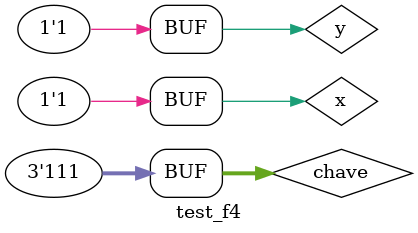
<source format=v>
module f4 (output s, input a,input b, input [2:0] chave);

wire temp1, temp2, temp3, temp4, temp5, temp6, temp7, temp8, temp9, temp10, temp11, temp12, tempo13, temp14, temp15, temp16, temp17, temp18;
wire [2:0] nchave;

not NOT1 (temp1, a);
not NOT2 (temp2, b);
or OR1 (temp3, a, b);
nor NOR1 (temp4, a, b);
and AND1 (temp5, a, b);
nand NAND1 (temp6, a, b);
xor XOR1 (temp7, a, b);
xnor XNOR1 (temp8, a, b);

not NOT3 (nchave[0], chave[0]);
not NOT4 (nchave[1], chave[1]);
not NOT5 (nchave[2], chave[2]);

and AND2 (temp11, temp1, nchave[2], nchave[1], nchave[0]);
and AND3 (temp12, temp3, nchave[2], nchave[1], chave[0]);
and AND4 (temp13, temp4, nchave[2], chave[1], nchave[0]);
and AND5 (temp14, temp5, nchave[2], chave[1], chave[0]);
and AND6 (temp15, temp6, chave[2], nchave[1], nchave[0]);
and AND7 (temp16, temp7, chave[2], nchave[1], chave[0]);
and AND8 (temp17, temp8, chave[2], chave[1], nchave[0]);
and AND8 (temp18, temp2, chave[2], chave[1], chave[0]);

or OR2 (s, temp11, temp12, temp13, temp14, temp15, temp16, temp17, temp18);

endmodule // f4

module test_f4;
// ------------------------- definir dados
reg x;
reg y;
reg [2:0] chave;
wire z;

f4 modulo (z, x, y, chave);
// ------------------------- parte principal
initial begin

$display("Exemplo0035 - Rafael Guimarães de Sousa - 451607");
$display("Test LU's module");

x = 'b0; y = 'b0; chave='b000;

$display("Legenda: 000-NOT(X)  \ 001-OR \ 010-NOR \ 011-AND \ 100-NAND \ 101-XOR \ 110-XNOR \ 111-NOT(Y)");
$monitor("Chave: (%3b) \t %b %b \t %b", chave, x, y, z);

#1 x='b0;y='b1;
#1 x='b1;y='b0;
#1 x='b1;y='b1;
#1 chave='b001;x='b0;y='b0;
#1 x='b0;y='b1;
#1 x='b1;y='b0;
#1 x='b1;y='b1;
#1 chave='b010;x='b0;y='b0;
#1 x='b0;y='b1;
#1 x='b1;y='b0;
#1 x='b1;y='b1;
#1 chave='b011;x='b0;y='b0;
#1 x='b0;y='b1;
#1 x='b1;y='b0;
#1 x='b1;y='b1;
#1 chave='b100;x='b0;y='b0;
#1 x='b0;y='b1;
#1 x='b1;y='b0;
#1 x='b1;y='b1;
#1 chave='b101;x='b0;y='b0;
#1 x='b0;y='b1;
#1 x='b1;y='b0;
#1 x='b1;y='b1;
#1 chave='b110;x='b0;y='b0;
#1 x='b0;y='b1;
#1 x='b1;y='b0;
#1 x='b1;y='b1;
#1 chave='b111;x='b0;y='b0;
#1 x='b0;y='b1;
#1 x='b1;y='b0;
#1 x='b1;y='b1;


end
endmodule
</source>
